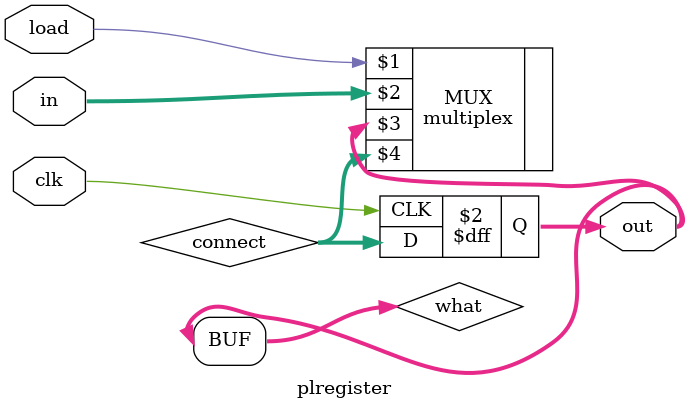
<source format=v>
module plregister (in, clk, load, out);
  input[15:0] in;
  input clk;
  input[0:0] load;
  output[15:0] out;
  
  reg[15:0] out;
  wire [15:0] what;
  wire [15:0] connect;
  
  //run through MUX
  assign what = out;
  multiplex #(16) MUX(load, in, what, connect);
 
 //previous state 
  always @(posedge clk)begin
    out = connect;
  end
endmodule
</source>
